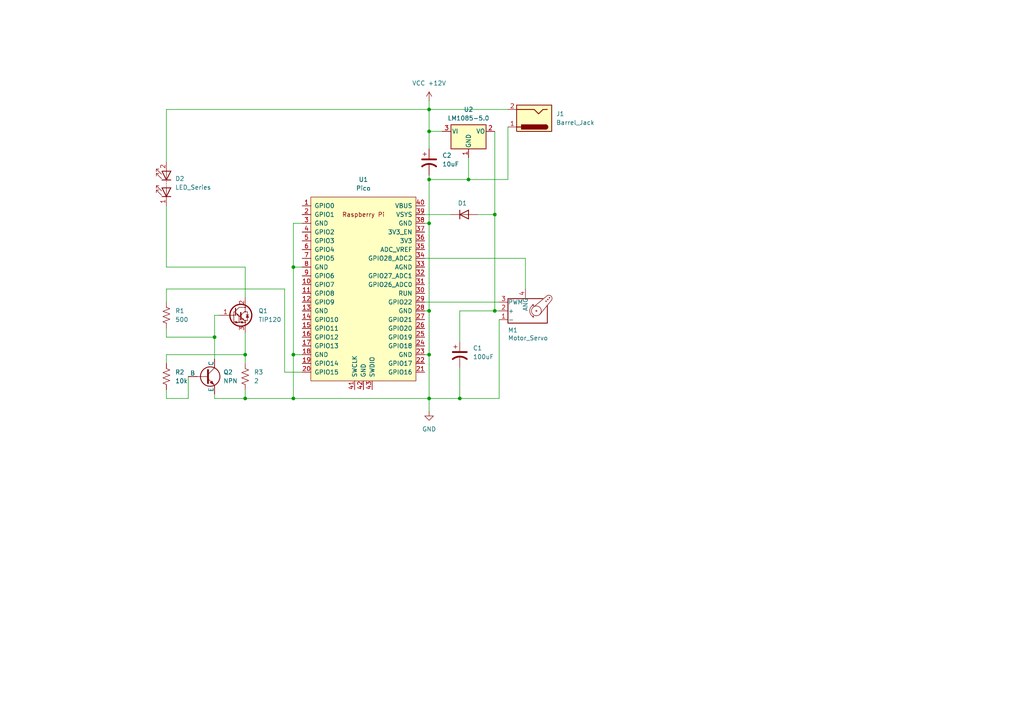
<source format=kicad_sch>
(kicad_sch (version 20231120) (generator "eeschema") (generator_version "8.0")
  (paper "A4")
  (lib_symbols
    (symbol "BLand:Pico" (pin_names (offset 1.016))
      (property "Reference" "U" (at -13.97 27.94 0))
      (property "Value" "Pico" (at 0 19.05 0))
      (symbol "Pico_0_0"
        (text "Raspberry Pi" (at 0 21.59 0) (effects (font (size 1.27 1.27))))
      )
      (symbol "Pico_0_1"
        (rectangle (start -15.24 26.67) (end 15.24 -26.67) (fill (type background)))
      )
      (symbol "Pico_1_1"
        (pin bidirectional line (at -17.78 24.13 0) (length 2.54) (name "GPIO0") (number "1"))
        (pin bidirectional line (at -17.78 1.27 0) (length 2.54) (name "GPIO7") (number "10"))
        (pin bidirectional line (at -17.78 -1.27 0) (length 2.54) (name "GPIO8") (number "11"))
        (pin bidirectional line (at -17.78 -3.81 0) (length 2.54) (name "GPIO9") (number "12"))
        (pin power_in line (at -17.78 -6.35 0) (length 2.54) (name "GND") (number "13"))
        (pin bidirectional line (at -17.78 -8.89 0) (length 2.54) (name "GPIO10") (number "14"))
        (pin bidirectional line (at -17.78 -11.43 0) (length 2.54) (name "GPIO11") (number "15"))
        (pin bidirectional line (at -17.78 -13.97 0) (length 2.54) (name "GPIO12") (number "16"))
        (pin bidirectional line (at -17.78 -16.51 0) (length 2.54) (name "GPIO13") (number "17"))
        (pin power_in line (at -17.78 -19.05 0) (length 2.54) (name "GND") (number "18"))
        (pin bidirectional line (at -17.78 -21.59 0) (length 2.54) (name "GPIO14") (number "19"))
        (pin bidirectional line (at -17.78 21.59 0) (length 2.54) (name "GPIO1") (number "2"))
        (pin bidirectional line (at -17.78 -24.13 0) (length 2.54) (name "GPIO15") (number "20"))
        (pin bidirectional line (at 17.78 -24.13 180) (length 2.54) (name "GPIO16") (number "21"))
        (pin bidirectional line (at 17.78 -21.59 180) (length 2.54) (name "GPIO17") (number "22"))
        (pin power_in line (at 17.78 -19.05 180) (length 2.54) (name "GND") (number "23"))
        (pin bidirectional line (at 17.78 -16.51 180) (length 2.54) (name "GPIO18") (number "24"))
        (pin bidirectional line (at 17.78 -13.97 180) (length 2.54) (name "GPIO19") (number "25"))
        (pin bidirectional line (at 17.78 -11.43 180) (length 2.54) (name "GPIO20") (number "26"))
        (pin bidirectional line (at 17.78 -8.89 180) (length 2.54) (name "GPIO21") (number "27"))
        (pin power_in line (at 17.78 -6.35 180) (length 2.54) (name "GND") (number "28"))
        (pin bidirectional line (at 17.78 -3.81 180) (length 2.54) (name "GPIO22") (number "29"))
        (pin power_in line (at -17.78 19.05 0) (length 2.54) (name "GND") (number "3"))
        (pin input line (at 17.78 -1.27 180) (length 2.54) (name "RUN") (number "30"))
        (pin bidirectional line (at 17.78 1.27 180) (length 2.54) (name "GPIO26_ADC0") (number "31"))
        (pin bidirectional line (at 17.78 3.81 180) (length 2.54) (name "GPIO27_ADC1") (number "32"))
        (pin power_in line (at 17.78 6.35 180) (length 2.54) (name "AGND") (number "33"))
        (pin bidirectional line (at 17.78 8.89 180) (length 2.54) (name "GPIO28_ADC2") (number "34"))
        (pin unspecified line (at 17.78 11.43 180) (length 2.54) (name "ADC_VREF") (number "35"))
        (pin unspecified line (at 17.78 13.97 180) (length 2.54) (name "3V3") (number "36"))
        (pin input line (at 17.78 16.51 180) (length 2.54) (name "3V3_EN") (number "37"))
        (pin bidirectional line (at 17.78 19.05 180) (length 2.54) (name "GND") (number "38"))
        (pin unspecified line (at 17.78 21.59 180) (length 2.54) (name "VSYS") (number "39"))
        (pin bidirectional line (at -17.78 16.51 0) (length 2.54) (name "GPIO2") (number "4"))
        (pin unspecified line (at 17.78 24.13 180) (length 2.54) (name "VBUS") (number "40"))
        (pin input line (at -2.54 -29.21 90) (length 2.54) (name "SWCLK") (number "41"))
        (pin power_in line (at 0 -29.21 90) (length 2.54) (name "GND") (number "42"))
        (pin bidirectional line (at 2.54 -29.21 90) (length 2.54) (name "SWDIO") (number "43"))
        (pin bidirectional line (at -17.78 13.97 0) (length 2.54) (name "GPIO3") (number "5"))
        (pin bidirectional line (at -17.78 11.43 0) (length 2.54) (name "GPIO4") (number "6"))
        (pin bidirectional line (at -17.78 8.89 0) (length 2.54) (name "GPIO5") (number "7"))
        (pin power_in line (at -17.78 6.35 0) (length 2.54) (name "GND") (number "8"))
        (pin bidirectional line (at -17.78 3.81 0) (length 2.54) (name "GPIO6") (number "9"))
      )
    )
    (symbol "Connector:Barrel_Jack" (pin_names (offset 1.016))
      (property "Reference" "J" (at 0 5.334 0))
      (property "Value" "Barrel_Jack" (at 0 -5.08 0))
      (symbol "Barrel_Jack_0_1"
        (rectangle (start -5.08 3.81) (end 5.08 -3.81) (stroke (width 0.254)) (fill (type background)))
        (arc (start -3.302 3.175) (mid -3.9343 2.54) (end -3.302 1.905) (stroke (width 0.254)))
        (arc (start -3.302 3.175) (mid -3.9343 2.54) (end -3.302 1.905) (stroke (width 0.254)) (fill (type outline)))
        (polyline (pts (xy 5.08 2.54) (xy 3.81 2.54)) (stroke (width 0.254)))
        (polyline (pts (xy -3.81 -2.54) (xy -2.54 -2.54) (xy -1.27 -1.27) (xy 0 -2.54) (xy 2.54 -2.54) (xy 5.08 -2.54)) (stroke (width 0.254)))
        (rectangle (start 3.683 3.175) (end -3.302 1.905) (stroke (width 0.254)) (fill (type outline)))
      )
      (symbol "Barrel_Jack_1_1"
        (pin passive line (at 7.62 2.54 180) (length 2.54) (name "~") (number "1"))
        (pin passive line (at 7.62 -2.54 180) (length 2.54) (name "~") (number "2"))
      )
    )
    (symbol "Device:C_Polarized_US" (pin_numbers hide) (pin_names (offset 0.254) hide)
      (property "Reference" "C" (at 0.635 2.54 0))
      (property "Value" "C_Polarized_US" (at 0.635 -2.54 0))
      (symbol "C_Polarized_US_0_1"
        (polyline (pts (xy -2.032 0.762) (xy 2.032 0.762)) (stroke (width 0.508)))
        (polyline (pts (xy -1.778 2.286) (xy -0.762 2.286)))
        (polyline (pts (xy -1.27 1.778) (xy -1.27 2.794)))
        (arc (start 2.032 -1.27) (mid 0 -0.5572) (end -2.032 -1.27) (stroke (width 0.508)))
      )
      (symbol "C_Polarized_US_1_1"
        (pin passive line (at 0 3.81 270) (length 2.794) (name "~") (number "1"))
        (pin passive line (at 0 -3.81 90) (length 3.302) (name "~") (number "2"))
      )
    )
    (symbol "Device:D" (pin_numbers hide) (pin_names (offset 1.016) hide)
      (property "Reference" "D" (at 0 2.54 0))
      (property "Value" "D" (at 0 -2.54 0))
      (symbol "D_0_1"
        (polyline (pts (xy -1.27 1.27) (xy -1.27 -1.27)) (stroke (width 0.254)))
        (polyline (pts (xy 1.27 0) (xy -1.27 0)))
        (polyline (pts (xy 1.27 1.27) (xy 1.27 -1.27) (xy -1.27 0) (xy 1.27 1.27)) (stroke (width 0.254)))
      )
      (symbol "D_1_1"
        (pin passive line (at -3.81 0 0) (length 2.54) (name "K") (number "1"))
        (pin passive line (at 3.81 0 180) (length 2.54) (name "A") (number "2"))
      )
    )
    (symbol "Device:LED_Series" (pin_names (offset 1.016) hide)
      (property "Reference" "D" (at 0 5.715 0))
      (property "Value" "LED_Series" (at 0 3.81 0))
      (symbol "LED_Series_0_1"
        (polyline (pts (xy -3.81 0) (xy -1.016 0)))
        (polyline (pts (xy -3.683 -1.27) (xy -3.683 1.27)) (stroke (width 0.254)))
        (polyline (pts (xy -0.508 0) (xy -0.762 0)))
        (polyline (pts (xy 0.127 0) (xy -0.127 0)))
        (polyline (pts (xy 0.508 0) (xy 0.762 0)))
        (polyline (pts (xy 1.016 0) (xy 3.81 0)))
        (polyline (pts (xy 1.143 -1.27) (xy 1.143 1.27)) (stroke (width 0.254)))
        (polyline (pts (xy -1.143 -1.27) (xy -1.143 1.27) (xy -3.683 0) (xy -1.143 -1.27)) (stroke (width 0.254)))
        (polyline (pts (xy 3.683 -1.27) (xy 3.683 1.27) (xy 1.143 0) (xy 3.683 -1.27)) (stroke (width 0.254)))
        (polyline (pts (xy -3.302 1.397) (xy -1.778 2.921) (xy -2.54 2.921) (xy -1.778 2.921) (xy -1.778 2.159)))
        (polyline (pts (xy -2.032 1.397) (xy -0.508 2.921) (xy -1.27 2.921) (xy -0.508 2.921) (xy -0.508 2.159)))
        (polyline (pts (xy 1.524 1.397) (xy 3.048 2.921) (xy 2.286 2.921) (xy 3.048 2.921) (xy 3.048 2.159)))
        (polyline (pts (xy 2.794 1.397) (xy 4.318 2.921) (xy 3.556 2.921) (xy 4.318 2.921) (xy 4.318 2.159)))
      )
      (symbol "LED_Series_1_1"
        (pin passive line (at -6.35 0 0) (length 2.54) (name "K") (number "1"))
        (pin passive line (at 6.35 0 180) (length 2.54) (name "A") (number "2"))
      )
    )
    (symbol "Device:R_US" (pin_numbers hide) (pin_names (offset 0))
      (property "Reference" "R" (at 2.54 0 90))
      (property "Value" "R_US" (at -2.54 0 90))
      (symbol "R_US_0_1"
        (polyline (pts (xy 0 -2.286) (xy 0 -2.54)))
        (polyline (pts (xy 0 2.286) (xy 0 2.54)))
        (polyline (pts (xy 0 -0.762) (xy 1.016 -1.143) (xy 0 -1.524) (xy -1.016 -1.905) (xy 0 -2.286)))
        (polyline (pts (xy 0 0.762) (xy 1.016 0.381) (xy 0 0) (xy -1.016 -0.381) (xy 0 -0.762)))
        (polyline (pts (xy 0 2.286) (xy 1.016 1.905) (xy 0 1.524) (xy -1.016 1.143) (xy 0 0.762)))
      )
      (symbol "R_US_1_1"
        (pin passive line (at 0 3.81 270) (length 1.27) (name "~") (number "1"))
        (pin passive line (at 0 -3.81 90) (length 1.27) (name "~") (number "2"))
      )
    )
    (symbol "Motor:Motor_Servo" (pin_names (offset 0.0254))
      (property "Reference" "M1" (at 8.89 1.7035 0))
      (property "Value" "Motor_Servo" (at 8.89 -0.8365 0))
      (symbol "Motor_Servo_0_1"
        (polyline (pts (xy 2.413 -1.778) (xy 2.032 -1.778)))
        (polyline (pts (xy 2.413 -1.778) (xy 2.286 -1.397)))
        (polyline (pts (xy 2.413 1.778) (xy 1.905 1.778)))
        (polyline (pts (xy 2.413 1.778) (xy 2.286 1.397)))
        (polyline (pts (xy 6.35 4.445) (xy 2.54 1.27)))
        (polyline (pts (xy 7.62 3.175) (xy 4.191 -1.016)))
        (polyline (pts (xy 5.08 3.556) (xy -5.08 3.556) (xy -5.08 -3.556) (xy 6.35 -3.556) (xy 6.35 1.524)) (stroke (width 0.254)))
        (arc (start 2.413 1.778) (mid 1.2406 0) (end 2.413 -1.778))
        (circle (center 3.175 0) (radius 0.1778))
        (circle (center 3.175 0) (radius 1.4224))
        (circle (center 5.969 2.794) (radius 0.127))
        (circle (center 6.477 3.302) (radius 0.127))
        (circle (center 6.985 3.81) (radius 0.127))
        (arc (start 7.62 3.175) (mid 7.4485 4.2735) (end 6.35 4.445))
      )
      (symbol "Motor_Servo_1_1"
        (pin passive line (at -7.62 -2.54 0) (length 2.54) (name "-") (number "1"))
        (pin passive line (at -7.62 0 0) (length 2.54) (name "+") (number "2"))
        (pin passive line (at -7.62 2.54 0) (length 2.54) (name "PWM") (number "3"))
        (pin passive line (at 0 6.35 270) (length 2.54) (name "ANG") (number "4"))
      )
    )
    (symbol "Regulator_Linear:LM1085-5.0" (pin_names (offset 0.254))
      (property "Reference" "U" (at -3.81 3.175 0))
      (property "Value" "LM1085-5.0" (at 0 3.175 0))
      (symbol "LM1085-5.0_0_1"
        (rectangle (start -5.08 1.905) (end 5.08 -5.08) (stroke (width 0.254)) (fill (type background)))
      )
      (symbol "LM1085-5.0_1_1"
        (pin power_in line (at 0 -7.62 90) (length 2.54) (name "GND") (number "1"))
        (pin power_out line (at 7.62 0 180) (length 2.54) (name "VO") (number "2"))
        (pin power_in line (at -7.62 0 0) (length 2.54) (name "VI") (number "3"))
      )
    )
    (symbol "Simulation_SPICE:NPN" (pin_numbers hide) (pin_names (offset 0))
      (property "Reference" "Q" (at -2.54 7.62 0))
      (property "Value" "NPN" (at -2.54 5.08 0))
      (symbol "NPN_0_1"
        (polyline (pts (xy -2.54 0) (xy 0.635 0)) (stroke (width 0.1524)))
        (polyline (pts (xy 0.635 0.635) (xy 2.54 2.54)))
        (polyline (pts (xy 2.794 -1.27) (xy 2.794 -1.27)) (stroke (width 0.1524)))
        (polyline (pts (xy 2.794 -1.27) (xy 2.794 -1.27)) (stroke (width 0.1524)))
        (polyline (pts (xy 0.635 -0.635) (xy 2.54 -2.54) (xy 2.54 -2.54)))
        (polyline (pts (xy 0.635 1.905) (xy 0.635 -1.905) (xy 0.635 -1.905)) (stroke (width 0.508)))
        (polyline (pts (xy 1.27 -1.778) (xy 1.778 -1.27) (xy 2.286 -2.286) (xy 1.27 -1.778) (xy 1.27 -1.778)) (fill (type outline)))
        (circle (center 1.27 0) (radius 2.8194) (stroke (width 0.254)))
      )
      (symbol "NPN_1_1"
        (pin open_collector line (at 2.54 5.08 270) (length 2.54) (name "C") (number "1"))
        (pin input line (at -5.08 0 0) (length 2.54) (name "B") (number "2"))
        (pin open_emitter line (at 2.54 -5.08 90) (length 2.54) (name "E") (number "3"))
      )
    )
    (symbol "Transistor_BJT:TIP120" (pin_names (offset 0) hide)
      (property "Reference" "Q" (at 5.08 1.905 0))
      (property "Value" "TIP120" (at 5.08 0 0))
      (symbol "TIP120_0_1"
        (circle (center -0.762 0) (radius 0.127))
        (polyline (pts (xy -1.27 0) (xy -0.889 0)))
        (polyline (pts (xy 2.54 -2.032) (xy 2.54 -2.54)))
        (polyline (pts (xy 2.54 -1.524) (xy 3.175 -1.524)))
        (polyline (pts (xy 2.794 0.127) (xy 3.556 0.127)))
        (polyline (pts (xy 3.175 -0.635) (xy 3.175 -1.524)))
        (polyline (pts (xy 3.175 1.016) (xy 2.54 1.016)))
        (polyline (pts (xy 3.175 1.016) (xy 3.175 0.127)))
        (polyline (pts (xy -0.254 0.762) (xy 0.762 -0.254) (xy 1.27 -0.254)))
        (polyline (pts (xy -0.254 1.016) (xy -0.762 1.016) (xy -0.762 -2.032)))
        (polyline (pts (xy -0.254 1.27) (xy 0.762 2.286) (xy 2.54 2.286)))
        (polyline (pts (xy -0.254 2.032) (xy -0.254 0) (xy -0.254 0)) (stroke (width 0.3048)))
        (polyline (pts (xy 1.27 0.762) (xy 1.27 -1.27) (xy 1.27 -1.27)) (stroke (width 0.381)))
        (polyline (pts (xy 0.635 -0.127) (xy 0.381 0.381) (xy 0.127 0.127) (xy 0.635 -0.127)))
        (polyline (pts (xy 1.27 -0.508) (xy 2.286 -1.524) (xy 2.54 -1.524) (xy 2.54 -2.032)))
        (polyline (pts (xy 1.27 0) (xy 2.286 1.016) (xy 2.54 1.016) (xy 2.54 2.286)))
        (polyline (pts (xy 2.159 -1.397) (xy 1.905 -0.889) (xy 1.651 -1.143) (xy 2.159 -1.397)))
        (polyline (pts (xy 3.175 0.127) (xy 2.794 -0.635) (xy 3.556 -0.635) (xy 3.175 0.127)) (fill (type outline)))
        (polyline (pts (xy 0.762 -2.032) (xy 0.381 -2.032) (xy 0.254 -2.286) (xy 0.127 -1.778) (xy 0 -2.286) (xy -0.127 -1.778) (xy -0.254 -2.286) (xy -0.381 -1.778) (xy -0.508 -2.032) (xy -0.762 -2.032)))
        (polyline (pts (xy 0.762 -0.254) (xy 0.762 -2.032) (xy 1.143 -2.032) (xy 1.27 -1.778) (xy 1.397 -2.286) (xy 1.524 -1.778) (xy 1.651 -2.286) (xy 1.778 -1.778) (xy 1.905 -2.286) (xy 2.032 -2.032) (xy 2.54 -2.032)))
        (circle (center 0.762 -2.032) (radius 0.127))
        (circle (center 0.762 -0.254) (radius 0.127))
        (circle (center 1.27 0) (radius 3.175) (stroke (width 0.3556)))
        (circle (center 2.54 -2.032) (radius 0.127))
        (circle (center 2.54 -1.524) (radius 0.127))
        (circle (center 2.54 1.016) (radius 0.127))
        (circle (center 2.54 2.286) (radius 0.127))
      )
      (symbol "TIP120_1_1"
        (pin input line (at -5.08 0 0) (length 3.81) (name "B") (number "1"))
        (pin passive line (at 2.54 5.08 270) (length 2.667) (name "C") (number "2"))
        (pin passive line (at 2.54 -5.08 90) (length 2.54) (name "E") (number "3"))
      )
    )
    (symbol "power:GND" (power) (pin_numbers hide) (pin_names (offset 0) hide)
      (property "Value" "GND" (at 0 -3.81 0))
      (symbol "GND_0_1"
        (polyline (pts (xy 0 0) (xy 0 -1.27) (xy 1.27 -1.27) (xy 0 -2.54) (xy -1.27 -1.27) (xy 0 -1.27)))
      )
      (symbol "GND_1_1"
        (pin power_in line (at 0 0 270) (length 0) (name "~") (number "1"))
      )
    )
    (symbol "power:VCC" (power) (pin_numbers hide) (pin_names (offset 0) hide)
      (property "Value" "VCC" (at 0 3.556 0))
      (symbol "VCC_0_1"
        (polyline (pts (xy -0.762 1.27) (xy 0 2.54)))
        (polyline (pts (xy 0 0) (xy 0 2.54)))
        (polyline (pts (xy 0 2.54) (xy 0.762 1.27)))
      )
      (symbol "VCC_1_1"
        (pin power_in line (at 0 0 90) (length 0) (name "~") (number "1"))
      )
    )
  )
  (junction (at 124.46 52.07))
  (junction (at 124.46 64.77))
  (junction (at 85.09 77.47))
  (junction (at 143.51 90.17))
  (junction (at 71.12 115.57))
  (junction (at 133.35 115.57))
  (junction (at 124.46 38.1))
  (junction (at 143.51 62.23))
  (junction (at 135.89 52.07))
  (junction (at 124.46 102.87))
  (junction (at 124.46 31.75))
  (junction (at 124.46 115.57))
  (junction (at 124.46 90.17))
  (junction (at 85.09 102.87))
  (junction (at 62.23 97.79))
  (junction (at 71.12 102.87))
  (junction (at 85.09 115.57))
  (wire (pts (xy 85.09 102.87) (xy 85.09 115.57)))
  (wire (pts (xy 71.12 115.57) (xy 85.09 115.57)))
  (wire (pts (xy 48.26 87.63) (xy 48.26 83.82)))
  (wire (pts (xy 144.78 92.71) (xy 144.78 115.57)))
  (wire (pts (xy 133.35 106.68) (xy 133.35 115.57)))
  (wire (pts (xy 124.46 64.77) (xy 124.46 90.17)))
  (wire (pts (xy 48.26 77.47) (xy 71.12 77.47)))
  (wire (pts (xy 144.78 87.63) (xy 123.19 87.63)))
  (wire (pts (xy 143.51 62.23) (xy 143.51 90.17)))
  (wire (pts (xy 143.51 90.17) (xy 144.78 90.17)))
  (wire (pts (xy 147.32 36.83) (xy 147.32 52.07)))
  (wire (pts (xy 133.35 99.06) (xy 133.35 90.17)))
  (wire (pts (xy 71.12 105.41) (xy 71.12 102.87)))
  (wire (pts (xy 71.12 77.47) (xy 71.12 86.36)))
  (wire (pts (xy 62.23 97.79) (xy 62.23 104.14)))
  (wire (pts (xy 124.46 38.1) (xy 124.46 43.18)))
  (wire (pts (xy 85.09 77.47) (xy 87.63 77.47)))
  (wire (pts (xy 123.19 102.87) (xy 124.46 102.87)))
  (wire (pts (xy 48.26 95.25) (xy 48.26 97.79)))
  (wire (pts (xy 62.23 115.57) (xy 71.12 115.57)))
  (wire (pts (xy 82.55 83.82) (xy 82.55 107.95)))
  (wire (pts (xy 85.09 102.87) (xy 85.09 77.47)))
  (wire (pts (xy 62.23 91.44) (xy 62.23 97.79)))
  (wire (pts (xy 48.26 83.82) (xy 82.55 83.82)))
  (wire (pts (xy 62.23 114.3) (xy 62.23 115.57)))
  (wire (pts (xy 135.89 52.07) (xy 147.32 52.07)))
  (wire (pts (xy 128.27 38.1) (xy 124.46 38.1)))
  (wire (pts (xy 71.12 96.52) (xy 71.12 102.87)))
  (wire (pts (xy 124.46 52.07) (xy 124.46 50.8)))
  (wire (pts (xy 124.46 31.75) (xy 124.46 38.1)))
  (wire (pts (xy 124.46 31.75) (xy 124.46 29.21)))
  (wire (pts (xy 48.26 115.57) (xy 54.61 115.57)))
  (wire (pts (xy 135.89 45.72) (xy 135.89 52.07)))
  (wire (pts (xy 124.46 31.75) (xy 147.32 31.75)))
  (wire (pts (xy 124.46 52.07) (xy 135.89 52.07)))
  (wire (pts (xy 124.46 52.07) (xy 124.46 64.77)))
  (wire (pts (xy 82.55 107.95) (xy 87.63 107.95)))
  (wire (pts (xy 62.23 91.44) (xy 63.5 91.44)))
  (wire (pts (xy 71.12 113.03) (xy 71.12 115.57)))
  (wire (pts (xy 123.19 74.93) (xy 152.4 74.93)))
  (wire (pts (xy 48.26 59.69) (xy 48.26 77.47)))
  (wire (pts (xy 152.4 74.93) (xy 152.4 83.82)))
  (wire (pts (xy 85.09 77.47) (xy 85.09 64.77)))
  (wire (pts (xy 124.46 115.57) (xy 124.46 119.38)))
  (wire (pts (xy 143.51 38.1) (xy 143.51 62.23)))
  (wire (pts (xy 138.43 62.23) (xy 143.51 62.23)))
  (wire (pts (xy 48.26 113.03) (xy 48.26 115.57)))
  (wire (pts (xy 85.09 115.57) (xy 124.46 115.57)))
  (wire (pts (xy 85.09 64.77) (xy 87.63 64.77)))
  (wire (pts (xy 123.19 90.17) (xy 124.46 90.17)))
  (wire (pts (xy 48.26 31.75) (xy 48.26 46.99)))
  (wire (pts (xy 48.26 31.75) (xy 124.46 31.75)))
  (wire (pts (xy 48.26 102.87) (xy 48.26 105.41)))
  (wire (pts (xy 48.26 97.79) (xy 62.23 97.79)))
  (wire (pts (xy 124.46 90.17) (xy 124.46 102.87)))
  (wire (pts (xy 133.35 90.17) (xy 143.51 90.17)))
  (wire (pts (xy 124.46 64.77) (xy 123.19 64.77)))
  (wire (pts (xy 87.63 102.87) (xy 85.09 102.87)))
  (wire (pts (xy 133.35 115.57) (xy 144.78 115.57)))
  (wire (pts (xy 48.26 102.87) (xy 71.12 102.87)))
  (wire (pts (xy 130.81 62.23) (xy 123.19 62.23)))
  (wire (pts (xy 124.46 115.57) (xy 133.35 115.57)))
  (wire (pts (xy 124.46 102.87) (xy 124.46 115.57)))
  (wire (pts (xy 54.61 115.57) (xy 54.61 109.22)))
  (symbol (lib_id "power:VCC") (at 124.46 29.21 0) (unit 1)
    (property "Reference" "#PWR01" (effects (hide yes)))
    (property "Value" "VCC +12V" (at 124.46 24.13 0))
    (property "Description" "Power symbol creates a global label with name \"VCC\"" (effects (hide yes)))
  )
  (symbol (lib_id "Device:R_US") (at 48.26 91.44 0) (unit 1)
    (property "Reference" "R1" (at 50.8 90.1699 0) (effects (justify left)))
    (property "Value" "500" (at 50.8 92.7099 0) (effects (justify left)))
    (property "Footprint" "Resistor_THT:R_Axial_DIN0207_L6.3mm_D2.5mm_P10.16mm_Horizontal" (effects (hide yes)))
    (property "Description" "Resistor, US symbol" (effects (hide yes)))
  )
  (symbol (lib_id "Motor:Motor_Servo") (at 152.4 90.17 0) (unit 1)
    (property "Reference" "M1" (at 147.32 95.758 0) (effects (justify left)))
    (property "Value" "Motor_Servo" (at 147.32 98.044 0) (effects (justify left)))
    (property "Footprint" "Connector_PinHeader_2.54mm:PinHeader_1x04_P2.54mm_Vertical" (effects (hide yes)))
    (property "Datasheet" "http://forums.parallax.com/uploads/attachments/46831/74481.png" (effects (hide yes)))
    (property "Description" "Servo Motor (Futaba, HiTec, JR connector)" (effects (hide yes)))
  )
  (symbol (lib_id "Device:C_Polarized_US") (at 124.46 46.99 0) (unit 1)
    (property "Reference" "C2" (at 128.27 45.0849 0) (effects (justify left)))
    (property "Value" "10uF" (at 128.27 47.6249 0) (effects (justify left)))
    (property "Footprint" "Capacitor_THT:CP_Radial_D8.0mm_P2.50mm" (effects (hide yes)))
    (property "Description" "Polarized capacitor, US symbol" (effects (hide yes)))
  )
  (symbol (lib_id "Device:C_Polarized_US") (at 133.35 102.87 0) (unit 1)
    (property "Reference" "C1" (at 137.16 100.9649 0) (effects (justify left)))
    (property "Value" "100uF" (at 137.16 103.5049 0) (effects (justify left)))
    (property "Footprint" "Capacitor_THT:CP_Radial_D8.0mm_P2.50mm" (effects (hide yes)))
    (property "Description" "Polarized capacitor, US symbol" (effects (hide yes)))
  )
  (symbol (lib_id "Device:D") (at 134.62 62.23 0) (unit 1)
    (property "Reference" "D1" (at 134.112 58.928 0))
    (property "Value" "40V" (effects (hide yes)))
    (property "Footprint" "Diode_THT:D_DO-41_SOD81_P10.16mm_Horizontal" (effects (hide yes)))
    (property "Description" "Diode" (effects (hide yes)))
    (property "Sim.Device" "D" (effects (hide yes)))
    (property "Sim.Pins" "1=K 2=A" (effects (hide yes)))
  )
  (symbol (lib_id "Transistor_BJT:TIP120") (at 68.58 91.44 0) (unit 1)
    (property "Reference" "Q1" (at 74.93 90.1699 0) (effects (justify left)))
    (property "Value" "TIP120" (at 74.93 92.7099 0) (effects (justify left)))
    (property "Footprint" "Package_TO_SOT_THT:TO-220-3_Vertical" (effects (hide yes)))
    (property "Datasheet" "https://www.onsemi.com/pub/Collateral/TIP120-D.PDF" (effects (hide yes)))
    (property "Description" "5A Ic, 60V Vce, Silicon Darlington Power NPN Transistor, TO-220" (effects (hide yes)))
  )
  (symbol (lib_id "Device:LED_Series") (at 48.26 53.34 90) (unit 1)
    (property "Reference" "D2" (at 50.8 51.8159 90) (effects (justify right)))
    (property "Value" "LED_Series" (at 50.8 54.3559 90) (effects (justify right)))
    (property "Footprint" "Connector_PinHeader_2.54mm:PinHeader_1x02_P2.54mm_Vertical" (effects (hide yes)))
    (property "Description" "Several LEDs in series" (effects (hide yes)))
  )
  (symbol (lib_id "Connector:Barrel_Jack") (at 154.94 34.29 180) (unit 1)
    (property "Reference" "J1" (at 161.29 33.0199 0) (effects (justify right)))
    (property "Value" "Barrel_Jack" (at 161.29 35.5599 0) (effects (justify right)))
    (property "Footprint" "Connector_BarrelJack:BarrelJack_Horizontal" (effects (hide yes)))
    (property "Description" "DC Barrel Jack" (effects (hide yes)))
  )
  (symbol (lib_id "Regulator_Linear:LM1085-5.0") (at 135.89 38.1 0) (unit 1)
    (property "Reference" "U2" (at 135.89 31.75 0))
    (property "Value" "LM1085-5.0" (at 135.89 34.29 0))
    (property "Footprint" "Package_TO_SOT_THT:TO-220-3_Vertical" (effects (hide yes)))
    (property "Datasheet" "http://www.ti.com/lit/ds/symlink/lm1085.pdf" (effects (hide yes)))
    (property "Description" "3A 25V Linear Regulator, Fixed Output 5.0V, TO-220/TO-263" (effects (hide yes)))
  )
  (symbol (lib_id "power:GND") (at 124.46 119.38 0) (unit 1)
    (property "Reference" "#PWR02" (effects (hide yes)))
    (property "Value" "GND" (at 124.46 124.46 0))
    (property "Description" "Power symbol creates a global label with name \"GND\" , ground" (effects (hide yes)))
  )
  (symbol (lib_id "Device:R_US") (at 71.12 109.22 0) (unit 1)
    (property "Reference" "R3" (at 73.66 107.9499 0) (effects (justify left)))
    (property "Value" "2" (at 73.66 110.4899 0) (effects (justify left)))
    (property "Footprint" "Resistor_THT:R_Axial_DIN0207_L6.3mm_D2.5mm_P10.16mm_Horizontal" (effects (hide yes)))
    (property "Description" "Resistor, US symbol" (effects (hide yes)))
  )
  (symbol (lib_id "BLand:Pico") (at 105.41 83.82 0) (unit 1)
    (property "Reference" "U1" (at 105.41 52.07 0))
    (property "Value" "Pico" (at 105.41 54.61 0))
    (property "Footprint" "custom_footprints:RPi_Pico_SMD_TH" (effects (hide yes)))
  )
  (symbol (lib_id "Device:R_US") (at 48.26 109.22 0) (unit 1)
    (property "Reference" "R2" (at 50.8 107.9499 0) (effects (justify left)))
    (property "Value" "10k" (at 50.8 110.4899 0) (effects (justify left)))
    (property "Footprint" "Resistor_THT:R_Axial_DIN0207_L6.3mm_D2.5mm_P10.16mm_Horizontal" (effects (hide yes)))
    (property "Description" "Resistor, US symbol" (effects (hide yes)))
  )
  (symbol (lib_id "Simulation_SPICE:NPN") (at 59.69 109.22 0) (unit 1)
    (property "Reference" "Q2" (at 64.77 107.9499 0) (effects (justify left)))
    (property "Value" "NPN" (at 64.77 110.4899 0) (effects (justify left)))
    (property "Footprint" "Package_TO_SOT_THT:TO-92" (effects (hide yes)))
    (property "Datasheet" "https://ngspice.sourceforge.io/docs/ngspice-html-manual/manual.xhtml#cha_BJTs" (effects (hide yes)))
    (property "Description" "Bipolar transistor symbol for simulation only, substrate tied to the emitter" (effects (hide yes)))
    (property "Sim.Device" "NPN" (effects (hide yes)))
    (property "Sim.Type" "GUMMELPOON" (effects (hide yes)))
    (property "Sim.Pins" "1=C 2=B 3=E" (effects (hide yes)))
  )
)
</source>
